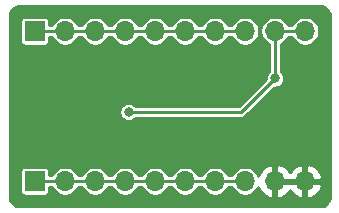
<source format=gbr>
G04 #@! TF.GenerationSoftware,KiCad,Pcbnew,(5.1.9-0-10_14)*
G04 #@! TF.CreationDate,2021-04-08T16:46:49-05:00*
G04 #@! TF.ProjectId,Switch Helper,53776974-6368-4204-9865-6c7065722e6b,1*
G04 #@! TF.SameCoordinates,Original*
G04 #@! TF.FileFunction,Copper,L2,Bot*
G04 #@! TF.FilePolarity,Positive*
%FSLAX46Y46*%
G04 Gerber Fmt 4.6, Leading zero omitted, Abs format (unit mm)*
G04 Created by KiCad (PCBNEW (5.1.9-0-10_14)) date 2021-04-08 16:46:49*
%MOMM*%
%LPD*%
G01*
G04 APERTURE LIST*
G04 #@! TA.AperFunction,ComponentPad*
%ADD10R,1.700000X1.700000*%
G04 #@! TD*
G04 #@! TA.AperFunction,ComponentPad*
%ADD11O,1.700000X1.700000*%
G04 #@! TD*
G04 #@! TA.AperFunction,ViaPad*
%ADD12C,0.800000*%
G04 #@! TD*
G04 #@! TA.AperFunction,Conductor*
%ADD13C,0.250000*%
G04 #@! TD*
G04 #@! TA.AperFunction,Conductor*
%ADD14C,0.254000*%
G04 #@! TD*
G04 #@! TA.AperFunction,Conductor*
%ADD15C,0.100000*%
G04 #@! TD*
G04 APERTURE END LIST*
D10*
X124460000Y-78740000D03*
D11*
X127000000Y-78740000D03*
X129540000Y-78740000D03*
X132080000Y-78740000D03*
X134620000Y-78740000D03*
X137160000Y-78740000D03*
X139700000Y-78740000D03*
X142240000Y-78740000D03*
X144780000Y-78740000D03*
X147320000Y-78740000D03*
X147320000Y-91440000D03*
X144780000Y-91440000D03*
X142240000Y-91440000D03*
X139700000Y-91440000D03*
X137160000Y-91440000D03*
X134620000Y-91440000D03*
X132080000Y-91440000D03*
X129540000Y-91440000D03*
X127000000Y-91440000D03*
D10*
X124460000Y-91440000D03*
D12*
X129857500Y-82677000D03*
X144907000Y-87376000D03*
X132397500Y-85598000D03*
X144780000Y-82740500D03*
D13*
X144780000Y-91440000D02*
X147320000Y-91440000D01*
X142240000Y-78740000D02*
X124460000Y-78740000D01*
X124460000Y-91440000D02*
X142240000Y-91440000D01*
X147320000Y-78740000D02*
X144780000Y-78740000D01*
X132397500Y-85598000D02*
X141160500Y-85598000D01*
X141922500Y-85598000D02*
X144780000Y-82740500D01*
X141160500Y-85598000D02*
X141922500Y-85598000D01*
X144780000Y-82740500D02*
X144780000Y-78740000D01*
D14*
X148757441Y-76624364D02*
X148918501Y-76672992D01*
X149067054Y-76751979D01*
X149197430Y-76858310D01*
X149304674Y-76987946D01*
X149384695Y-77135942D01*
X149434446Y-77296661D01*
X149454001Y-77482716D01*
X149454000Y-92690146D01*
X149435636Y-92877441D01*
X149387008Y-93038503D01*
X149308023Y-93187051D01*
X149201689Y-93317430D01*
X149072054Y-93424674D01*
X148924058Y-93504695D01*
X148763339Y-93554446D01*
X148577293Y-93574000D01*
X123209854Y-93574000D01*
X123022559Y-93555636D01*
X122861497Y-93507008D01*
X122712949Y-93428023D01*
X122582570Y-93321689D01*
X122475326Y-93192054D01*
X122395305Y-93044058D01*
X122345554Y-92883339D01*
X122326000Y-92697293D01*
X122326000Y-90590000D01*
X123227157Y-90590000D01*
X123227157Y-92290000D01*
X123234513Y-92364689D01*
X123256299Y-92436508D01*
X123291678Y-92502696D01*
X123339289Y-92560711D01*
X123397304Y-92608322D01*
X123463492Y-92643701D01*
X123535311Y-92665487D01*
X123610000Y-92672843D01*
X125310000Y-92672843D01*
X125384689Y-92665487D01*
X125456508Y-92643701D01*
X125522696Y-92608322D01*
X125580711Y-92560711D01*
X125628322Y-92502696D01*
X125663701Y-92436508D01*
X125685487Y-92364689D01*
X125692843Y-92290000D01*
X125692843Y-91946000D01*
X125877168Y-91946000D01*
X125909102Y-92023097D01*
X126043820Y-92224717D01*
X126215283Y-92396180D01*
X126416903Y-92530898D01*
X126640931Y-92623693D01*
X126878757Y-92671000D01*
X127121243Y-92671000D01*
X127359069Y-92623693D01*
X127583097Y-92530898D01*
X127784717Y-92396180D01*
X127956180Y-92224717D01*
X128090898Y-92023097D01*
X128122832Y-91946000D01*
X128417168Y-91946000D01*
X128449102Y-92023097D01*
X128583820Y-92224717D01*
X128755283Y-92396180D01*
X128956903Y-92530898D01*
X129180931Y-92623693D01*
X129418757Y-92671000D01*
X129661243Y-92671000D01*
X129899069Y-92623693D01*
X130123097Y-92530898D01*
X130324717Y-92396180D01*
X130496180Y-92224717D01*
X130630898Y-92023097D01*
X130662832Y-91946000D01*
X130957168Y-91946000D01*
X130989102Y-92023097D01*
X131123820Y-92224717D01*
X131295283Y-92396180D01*
X131496903Y-92530898D01*
X131720931Y-92623693D01*
X131958757Y-92671000D01*
X132201243Y-92671000D01*
X132439069Y-92623693D01*
X132663097Y-92530898D01*
X132864717Y-92396180D01*
X133036180Y-92224717D01*
X133170898Y-92023097D01*
X133202832Y-91946000D01*
X133497168Y-91946000D01*
X133529102Y-92023097D01*
X133663820Y-92224717D01*
X133835283Y-92396180D01*
X134036903Y-92530898D01*
X134260931Y-92623693D01*
X134498757Y-92671000D01*
X134741243Y-92671000D01*
X134979069Y-92623693D01*
X135203097Y-92530898D01*
X135404717Y-92396180D01*
X135576180Y-92224717D01*
X135710898Y-92023097D01*
X135742832Y-91946000D01*
X136037168Y-91946000D01*
X136069102Y-92023097D01*
X136203820Y-92224717D01*
X136375283Y-92396180D01*
X136576903Y-92530898D01*
X136800931Y-92623693D01*
X137038757Y-92671000D01*
X137281243Y-92671000D01*
X137519069Y-92623693D01*
X137743097Y-92530898D01*
X137944717Y-92396180D01*
X138116180Y-92224717D01*
X138250898Y-92023097D01*
X138282832Y-91946000D01*
X138577168Y-91946000D01*
X138609102Y-92023097D01*
X138743820Y-92224717D01*
X138915283Y-92396180D01*
X139116903Y-92530898D01*
X139340931Y-92623693D01*
X139578757Y-92671000D01*
X139821243Y-92671000D01*
X140059069Y-92623693D01*
X140283097Y-92530898D01*
X140484717Y-92396180D01*
X140656180Y-92224717D01*
X140790898Y-92023097D01*
X140822832Y-91946000D01*
X141117168Y-91946000D01*
X141149102Y-92023097D01*
X141283820Y-92224717D01*
X141455283Y-92396180D01*
X141656903Y-92530898D01*
X141880931Y-92623693D01*
X142118757Y-92671000D01*
X142361243Y-92671000D01*
X142599069Y-92623693D01*
X142823097Y-92530898D01*
X143024717Y-92396180D01*
X143196180Y-92224717D01*
X143330898Y-92023097D01*
X143378228Y-91908832D01*
X143435843Y-92071252D01*
X143584822Y-92321355D01*
X143779731Y-92537588D01*
X144013080Y-92711641D01*
X144275901Y-92836825D01*
X144423110Y-92881476D01*
X144653000Y-92760155D01*
X144653000Y-91567000D01*
X144907000Y-91567000D01*
X144907000Y-92760155D01*
X145136890Y-92881476D01*
X145284099Y-92836825D01*
X145546920Y-92711641D01*
X145780269Y-92537588D01*
X145975178Y-92321355D01*
X146050000Y-92195745D01*
X146124822Y-92321355D01*
X146319731Y-92537588D01*
X146553080Y-92711641D01*
X146815901Y-92836825D01*
X146963110Y-92881476D01*
X147193000Y-92760155D01*
X147193000Y-91567000D01*
X147447000Y-91567000D01*
X147447000Y-92760155D01*
X147676890Y-92881476D01*
X147824099Y-92836825D01*
X148086920Y-92711641D01*
X148320269Y-92537588D01*
X148515178Y-92321355D01*
X148664157Y-92071252D01*
X148761481Y-91796891D01*
X148640814Y-91567000D01*
X147447000Y-91567000D01*
X147193000Y-91567000D01*
X144907000Y-91567000D01*
X144653000Y-91567000D01*
X144633000Y-91567000D01*
X144633000Y-91313000D01*
X144653000Y-91313000D01*
X144653000Y-90119845D01*
X144907000Y-90119845D01*
X144907000Y-91313000D01*
X147193000Y-91313000D01*
X147193000Y-90119845D01*
X147447000Y-90119845D01*
X147447000Y-91313000D01*
X148640814Y-91313000D01*
X148761481Y-91083109D01*
X148664157Y-90808748D01*
X148515178Y-90558645D01*
X148320269Y-90342412D01*
X148086920Y-90168359D01*
X147824099Y-90043175D01*
X147676890Y-89998524D01*
X147447000Y-90119845D01*
X147193000Y-90119845D01*
X146963110Y-89998524D01*
X146815901Y-90043175D01*
X146553080Y-90168359D01*
X146319731Y-90342412D01*
X146124822Y-90558645D01*
X146050000Y-90684255D01*
X145975178Y-90558645D01*
X145780269Y-90342412D01*
X145546920Y-90168359D01*
X145284099Y-90043175D01*
X145136890Y-89998524D01*
X144907000Y-90119845D01*
X144653000Y-90119845D01*
X144423110Y-89998524D01*
X144275901Y-90043175D01*
X144013080Y-90168359D01*
X143779731Y-90342412D01*
X143584822Y-90558645D01*
X143435843Y-90808748D01*
X143378228Y-90971168D01*
X143330898Y-90856903D01*
X143196180Y-90655283D01*
X143024717Y-90483820D01*
X142823097Y-90349102D01*
X142599069Y-90256307D01*
X142361243Y-90209000D01*
X142118757Y-90209000D01*
X141880931Y-90256307D01*
X141656903Y-90349102D01*
X141455283Y-90483820D01*
X141283820Y-90655283D01*
X141149102Y-90856903D01*
X141117168Y-90934000D01*
X140822832Y-90934000D01*
X140790898Y-90856903D01*
X140656180Y-90655283D01*
X140484717Y-90483820D01*
X140283097Y-90349102D01*
X140059069Y-90256307D01*
X139821243Y-90209000D01*
X139578757Y-90209000D01*
X139340931Y-90256307D01*
X139116903Y-90349102D01*
X138915283Y-90483820D01*
X138743820Y-90655283D01*
X138609102Y-90856903D01*
X138577168Y-90934000D01*
X138282832Y-90934000D01*
X138250898Y-90856903D01*
X138116180Y-90655283D01*
X137944717Y-90483820D01*
X137743097Y-90349102D01*
X137519069Y-90256307D01*
X137281243Y-90209000D01*
X137038757Y-90209000D01*
X136800931Y-90256307D01*
X136576903Y-90349102D01*
X136375283Y-90483820D01*
X136203820Y-90655283D01*
X136069102Y-90856903D01*
X136037168Y-90934000D01*
X135742832Y-90934000D01*
X135710898Y-90856903D01*
X135576180Y-90655283D01*
X135404717Y-90483820D01*
X135203097Y-90349102D01*
X134979069Y-90256307D01*
X134741243Y-90209000D01*
X134498757Y-90209000D01*
X134260931Y-90256307D01*
X134036903Y-90349102D01*
X133835283Y-90483820D01*
X133663820Y-90655283D01*
X133529102Y-90856903D01*
X133497168Y-90934000D01*
X133202832Y-90934000D01*
X133170898Y-90856903D01*
X133036180Y-90655283D01*
X132864717Y-90483820D01*
X132663097Y-90349102D01*
X132439069Y-90256307D01*
X132201243Y-90209000D01*
X131958757Y-90209000D01*
X131720931Y-90256307D01*
X131496903Y-90349102D01*
X131295283Y-90483820D01*
X131123820Y-90655283D01*
X130989102Y-90856903D01*
X130957168Y-90934000D01*
X130662832Y-90934000D01*
X130630898Y-90856903D01*
X130496180Y-90655283D01*
X130324717Y-90483820D01*
X130123097Y-90349102D01*
X129899069Y-90256307D01*
X129661243Y-90209000D01*
X129418757Y-90209000D01*
X129180931Y-90256307D01*
X128956903Y-90349102D01*
X128755283Y-90483820D01*
X128583820Y-90655283D01*
X128449102Y-90856903D01*
X128417168Y-90934000D01*
X128122832Y-90934000D01*
X128090898Y-90856903D01*
X127956180Y-90655283D01*
X127784717Y-90483820D01*
X127583097Y-90349102D01*
X127359069Y-90256307D01*
X127121243Y-90209000D01*
X126878757Y-90209000D01*
X126640931Y-90256307D01*
X126416903Y-90349102D01*
X126215283Y-90483820D01*
X126043820Y-90655283D01*
X125909102Y-90856903D01*
X125877168Y-90934000D01*
X125692843Y-90934000D01*
X125692843Y-90590000D01*
X125685487Y-90515311D01*
X125663701Y-90443492D01*
X125628322Y-90377304D01*
X125580711Y-90319289D01*
X125522696Y-90271678D01*
X125456508Y-90236299D01*
X125384689Y-90214513D01*
X125310000Y-90207157D01*
X123610000Y-90207157D01*
X123535311Y-90214513D01*
X123463492Y-90236299D01*
X123397304Y-90271678D01*
X123339289Y-90319289D01*
X123291678Y-90377304D01*
X123256299Y-90443492D01*
X123234513Y-90515311D01*
X123227157Y-90590000D01*
X122326000Y-90590000D01*
X122326000Y-85521078D01*
X131616500Y-85521078D01*
X131616500Y-85674922D01*
X131646513Y-85825809D01*
X131705387Y-85967942D01*
X131790858Y-86095859D01*
X131899641Y-86204642D01*
X132027558Y-86290113D01*
X132169691Y-86348987D01*
X132320578Y-86379000D01*
X132474422Y-86379000D01*
X132625309Y-86348987D01*
X132767442Y-86290113D01*
X132895359Y-86204642D01*
X132996001Y-86104000D01*
X141897654Y-86104000D01*
X141922500Y-86106447D01*
X141947346Y-86104000D01*
X141947354Y-86104000D01*
X142021693Y-86096678D01*
X142117075Y-86067745D01*
X142204979Y-86020759D01*
X142282027Y-85957527D01*
X142297876Y-85938215D01*
X144714592Y-83521500D01*
X144856922Y-83521500D01*
X145007809Y-83491487D01*
X145149942Y-83432613D01*
X145277859Y-83347142D01*
X145386642Y-83238359D01*
X145472113Y-83110442D01*
X145530987Y-82968309D01*
X145561000Y-82817422D01*
X145561000Y-82663578D01*
X145530987Y-82512691D01*
X145472113Y-82370558D01*
X145386642Y-82242641D01*
X145286000Y-82141999D01*
X145286000Y-79862832D01*
X145363097Y-79830898D01*
X145564717Y-79696180D01*
X145736180Y-79524717D01*
X145870898Y-79323097D01*
X145902832Y-79246000D01*
X146197168Y-79246000D01*
X146229102Y-79323097D01*
X146363820Y-79524717D01*
X146535283Y-79696180D01*
X146736903Y-79830898D01*
X146960931Y-79923693D01*
X147198757Y-79971000D01*
X147441243Y-79971000D01*
X147679069Y-79923693D01*
X147903097Y-79830898D01*
X148104717Y-79696180D01*
X148276180Y-79524717D01*
X148410898Y-79323097D01*
X148503693Y-79099069D01*
X148551000Y-78861243D01*
X148551000Y-78618757D01*
X148503693Y-78380931D01*
X148410898Y-78156903D01*
X148276180Y-77955283D01*
X148104717Y-77783820D01*
X147903097Y-77649102D01*
X147679069Y-77556307D01*
X147441243Y-77509000D01*
X147198757Y-77509000D01*
X146960931Y-77556307D01*
X146736903Y-77649102D01*
X146535283Y-77783820D01*
X146363820Y-77955283D01*
X146229102Y-78156903D01*
X146197168Y-78234000D01*
X145902832Y-78234000D01*
X145870898Y-78156903D01*
X145736180Y-77955283D01*
X145564717Y-77783820D01*
X145363097Y-77649102D01*
X145139069Y-77556307D01*
X144901243Y-77509000D01*
X144658757Y-77509000D01*
X144420931Y-77556307D01*
X144196903Y-77649102D01*
X143995283Y-77783820D01*
X143823820Y-77955283D01*
X143689102Y-78156903D01*
X143596307Y-78380931D01*
X143549000Y-78618757D01*
X143549000Y-78861243D01*
X143596307Y-79099069D01*
X143689102Y-79323097D01*
X143823820Y-79524717D01*
X143995283Y-79696180D01*
X144196903Y-79830898D01*
X144274001Y-79862833D01*
X144274000Y-82141999D01*
X144173358Y-82242641D01*
X144087887Y-82370558D01*
X144029013Y-82512691D01*
X143999000Y-82663578D01*
X143999000Y-82805908D01*
X141712909Y-85092000D01*
X132996001Y-85092000D01*
X132895359Y-84991358D01*
X132767442Y-84905887D01*
X132625309Y-84847013D01*
X132474422Y-84817000D01*
X132320578Y-84817000D01*
X132169691Y-84847013D01*
X132027558Y-84905887D01*
X131899641Y-84991358D01*
X131790858Y-85100141D01*
X131705387Y-85228058D01*
X131646513Y-85370191D01*
X131616500Y-85521078D01*
X122326000Y-85521078D01*
X122326000Y-77890000D01*
X123227157Y-77890000D01*
X123227157Y-79590000D01*
X123234513Y-79664689D01*
X123256299Y-79736508D01*
X123291678Y-79802696D01*
X123339289Y-79860711D01*
X123397304Y-79908322D01*
X123463492Y-79943701D01*
X123535311Y-79965487D01*
X123610000Y-79972843D01*
X125310000Y-79972843D01*
X125384689Y-79965487D01*
X125456508Y-79943701D01*
X125522696Y-79908322D01*
X125580711Y-79860711D01*
X125628322Y-79802696D01*
X125663701Y-79736508D01*
X125685487Y-79664689D01*
X125692843Y-79590000D01*
X125692843Y-79246000D01*
X125877168Y-79246000D01*
X125909102Y-79323097D01*
X126043820Y-79524717D01*
X126215283Y-79696180D01*
X126416903Y-79830898D01*
X126640931Y-79923693D01*
X126878757Y-79971000D01*
X127121243Y-79971000D01*
X127359069Y-79923693D01*
X127583097Y-79830898D01*
X127784717Y-79696180D01*
X127956180Y-79524717D01*
X128090898Y-79323097D01*
X128122832Y-79246000D01*
X128417168Y-79246000D01*
X128449102Y-79323097D01*
X128583820Y-79524717D01*
X128755283Y-79696180D01*
X128956903Y-79830898D01*
X129180931Y-79923693D01*
X129418757Y-79971000D01*
X129661243Y-79971000D01*
X129899069Y-79923693D01*
X130123097Y-79830898D01*
X130324717Y-79696180D01*
X130496180Y-79524717D01*
X130630898Y-79323097D01*
X130662832Y-79246000D01*
X130957168Y-79246000D01*
X130989102Y-79323097D01*
X131123820Y-79524717D01*
X131295283Y-79696180D01*
X131496903Y-79830898D01*
X131720931Y-79923693D01*
X131958757Y-79971000D01*
X132201243Y-79971000D01*
X132439069Y-79923693D01*
X132663097Y-79830898D01*
X132864717Y-79696180D01*
X133036180Y-79524717D01*
X133170898Y-79323097D01*
X133202832Y-79246000D01*
X133497168Y-79246000D01*
X133529102Y-79323097D01*
X133663820Y-79524717D01*
X133835283Y-79696180D01*
X134036903Y-79830898D01*
X134260931Y-79923693D01*
X134498757Y-79971000D01*
X134741243Y-79971000D01*
X134979069Y-79923693D01*
X135203097Y-79830898D01*
X135404717Y-79696180D01*
X135576180Y-79524717D01*
X135710898Y-79323097D01*
X135742832Y-79246000D01*
X136037168Y-79246000D01*
X136069102Y-79323097D01*
X136203820Y-79524717D01*
X136375283Y-79696180D01*
X136576903Y-79830898D01*
X136800931Y-79923693D01*
X137038757Y-79971000D01*
X137281243Y-79971000D01*
X137519069Y-79923693D01*
X137743097Y-79830898D01*
X137944717Y-79696180D01*
X138116180Y-79524717D01*
X138250898Y-79323097D01*
X138282832Y-79246000D01*
X138577168Y-79246000D01*
X138609102Y-79323097D01*
X138743820Y-79524717D01*
X138915283Y-79696180D01*
X139116903Y-79830898D01*
X139340931Y-79923693D01*
X139578757Y-79971000D01*
X139821243Y-79971000D01*
X140059069Y-79923693D01*
X140283097Y-79830898D01*
X140484717Y-79696180D01*
X140656180Y-79524717D01*
X140790898Y-79323097D01*
X140822832Y-79246000D01*
X141117168Y-79246000D01*
X141149102Y-79323097D01*
X141283820Y-79524717D01*
X141455283Y-79696180D01*
X141656903Y-79830898D01*
X141880931Y-79923693D01*
X142118757Y-79971000D01*
X142361243Y-79971000D01*
X142599069Y-79923693D01*
X142823097Y-79830898D01*
X143024717Y-79696180D01*
X143196180Y-79524717D01*
X143330898Y-79323097D01*
X143423693Y-79099069D01*
X143471000Y-78861243D01*
X143471000Y-78618757D01*
X143423693Y-78380931D01*
X143330898Y-78156903D01*
X143196180Y-77955283D01*
X143024717Y-77783820D01*
X142823097Y-77649102D01*
X142599069Y-77556307D01*
X142361243Y-77509000D01*
X142118757Y-77509000D01*
X141880931Y-77556307D01*
X141656903Y-77649102D01*
X141455283Y-77783820D01*
X141283820Y-77955283D01*
X141149102Y-78156903D01*
X141117168Y-78234000D01*
X140822832Y-78234000D01*
X140790898Y-78156903D01*
X140656180Y-77955283D01*
X140484717Y-77783820D01*
X140283097Y-77649102D01*
X140059069Y-77556307D01*
X139821243Y-77509000D01*
X139578757Y-77509000D01*
X139340931Y-77556307D01*
X139116903Y-77649102D01*
X138915283Y-77783820D01*
X138743820Y-77955283D01*
X138609102Y-78156903D01*
X138577168Y-78234000D01*
X138282832Y-78234000D01*
X138250898Y-78156903D01*
X138116180Y-77955283D01*
X137944717Y-77783820D01*
X137743097Y-77649102D01*
X137519069Y-77556307D01*
X137281243Y-77509000D01*
X137038757Y-77509000D01*
X136800931Y-77556307D01*
X136576903Y-77649102D01*
X136375283Y-77783820D01*
X136203820Y-77955283D01*
X136069102Y-78156903D01*
X136037168Y-78234000D01*
X135742832Y-78234000D01*
X135710898Y-78156903D01*
X135576180Y-77955283D01*
X135404717Y-77783820D01*
X135203097Y-77649102D01*
X134979069Y-77556307D01*
X134741243Y-77509000D01*
X134498757Y-77509000D01*
X134260931Y-77556307D01*
X134036903Y-77649102D01*
X133835283Y-77783820D01*
X133663820Y-77955283D01*
X133529102Y-78156903D01*
X133497168Y-78234000D01*
X133202832Y-78234000D01*
X133170898Y-78156903D01*
X133036180Y-77955283D01*
X132864717Y-77783820D01*
X132663097Y-77649102D01*
X132439069Y-77556307D01*
X132201243Y-77509000D01*
X131958757Y-77509000D01*
X131720931Y-77556307D01*
X131496903Y-77649102D01*
X131295283Y-77783820D01*
X131123820Y-77955283D01*
X130989102Y-78156903D01*
X130957168Y-78234000D01*
X130662832Y-78234000D01*
X130630898Y-78156903D01*
X130496180Y-77955283D01*
X130324717Y-77783820D01*
X130123097Y-77649102D01*
X129899069Y-77556307D01*
X129661243Y-77509000D01*
X129418757Y-77509000D01*
X129180931Y-77556307D01*
X128956903Y-77649102D01*
X128755283Y-77783820D01*
X128583820Y-77955283D01*
X128449102Y-78156903D01*
X128417168Y-78234000D01*
X128122832Y-78234000D01*
X128090898Y-78156903D01*
X127956180Y-77955283D01*
X127784717Y-77783820D01*
X127583097Y-77649102D01*
X127359069Y-77556307D01*
X127121243Y-77509000D01*
X126878757Y-77509000D01*
X126640931Y-77556307D01*
X126416903Y-77649102D01*
X126215283Y-77783820D01*
X126043820Y-77955283D01*
X125909102Y-78156903D01*
X125877168Y-78234000D01*
X125692843Y-78234000D01*
X125692843Y-77890000D01*
X125685487Y-77815311D01*
X125663701Y-77743492D01*
X125628322Y-77677304D01*
X125580711Y-77619289D01*
X125522696Y-77571678D01*
X125456508Y-77536299D01*
X125384689Y-77514513D01*
X125310000Y-77507157D01*
X123610000Y-77507157D01*
X123535311Y-77514513D01*
X123463492Y-77536299D01*
X123397304Y-77571678D01*
X123339289Y-77619289D01*
X123291678Y-77677304D01*
X123256299Y-77743492D01*
X123234513Y-77815311D01*
X123227157Y-77890000D01*
X122326000Y-77890000D01*
X122326000Y-77489854D01*
X122344364Y-77302559D01*
X122392992Y-77141499D01*
X122471979Y-76992946D01*
X122578310Y-76862570D01*
X122707946Y-76755326D01*
X122855942Y-76675305D01*
X123016661Y-76625554D01*
X123202707Y-76606000D01*
X148570146Y-76606000D01*
X148757441Y-76624364D01*
G04 #@! TA.AperFunction,Conductor*
D15*
G36*
X148757441Y-76624364D02*
G01*
X148918501Y-76672992D01*
X149067054Y-76751979D01*
X149197430Y-76858310D01*
X149304674Y-76987946D01*
X149384695Y-77135942D01*
X149434446Y-77296661D01*
X149454001Y-77482716D01*
X149454000Y-92690146D01*
X149435636Y-92877441D01*
X149387008Y-93038503D01*
X149308023Y-93187051D01*
X149201689Y-93317430D01*
X149072054Y-93424674D01*
X148924058Y-93504695D01*
X148763339Y-93554446D01*
X148577293Y-93574000D01*
X123209854Y-93574000D01*
X123022559Y-93555636D01*
X122861497Y-93507008D01*
X122712949Y-93428023D01*
X122582570Y-93321689D01*
X122475326Y-93192054D01*
X122395305Y-93044058D01*
X122345554Y-92883339D01*
X122326000Y-92697293D01*
X122326000Y-90590000D01*
X123227157Y-90590000D01*
X123227157Y-92290000D01*
X123234513Y-92364689D01*
X123256299Y-92436508D01*
X123291678Y-92502696D01*
X123339289Y-92560711D01*
X123397304Y-92608322D01*
X123463492Y-92643701D01*
X123535311Y-92665487D01*
X123610000Y-92672843D01*
X125310000Y-92672843D01*
X125384689Y-92665487D01*
X125456508Y-92643701D01*
X125522696Y-92608322D01*
X125580711Y-92560711D01*
X125628322Y-92502696D01*
X125663701Y-92436508D01*
X125685487Y-92364689D01*
X125692843Y-92290000D01*
X125692843Y-91946000D01*
X125877168Y-91946000D01*
X125909102Y-92023097D01*
X126043820Y-92224717D01*
X126215283Y-92396180D01*
X126416903Y-92530898D01*
X126640931Y-92623693D01*
X126878757Y-92671000D01*
X127121243Y-92671000D01*
X127359069Y-92623693D01*
X127583097Y-92530898D01*
X127784717Y-92396180D01*
X127956180Y-92224717D01*
X128090898Y-92023097D01*
X128122832Y-91946000D01*
X128417168Y-91946000D01*
X128449102Y-92023097D01*
X128583820Y-92224717D01*
X128755283Y-92396180D01*
X128956903Y-92530898D01*
X129180931Y-92623693D01*
X129418757Y-92671000D01*
X129661243Y-92671000D01*
X129899069Y-92623693D01*
X130123097Y-92530898D01*
X130324717Y-92396180D01*
X130496180Y-92224717D01*
X130630898Y-92023097D01*
X130662832Y-91946000D01*
X130957168Y-91946000D01*
X130989102Y-92023097D01*
X131123820Y-92224717D01*
X131295283Y-92396180D01*
X131496903Y-92530898D01*
X131720931Y-92623693D01*
X131958757Y-92671000D01*
X132201243Y-92671000D01*
X132439069Y-92623693D01*
X132663097Y-92530898D01*
X132864717Y-92396180D01*
X133036180Y-92224717D01*
X133170898Y-92023097D01*
X133202832Y-91946000D01*
X133497168Y-91946000D01*
X133529102Y-92023097D01*
X133663820Y-92224717D01*
X133835283Y-92396180D01*
X134036903Y-92530898D01*
X134260931Y-92623693D01*
X134498757Y-92671000D01*
X134741243Y-92671000D01*
X134979069Y-92623693D01*
X135203097Y-92530898D01*
X135404717Y-92396180D01*
X135576180Y-92224717D01*
X135710898Y-92023097D01*
X135742832Y-91946000D01*
X136037168Y-91946000D01*
X136069102Y-92023097D01*
X136203820Y-92224717D01*
X136375283Y-92396180D01*
X136576903Y-92530898D01*
X136800931Y-92623693D01*
X137038757Y-92671000D01*
X137281243Y-92671000D01*
X137519069Y-92623693D01*
X137743097Y-92530898D01*
X137944717Y-92396180D01*
X138116180Y-92224717D01*
X138250898Y-92023097D01*
X138282832Y-91946000D01*
X138577168Y-91946000D01*
X138609102Y-92023097D01*
X138743820Y-92224717D01*
X138915283Y-92396180D01*
X139116903Y-92530898D01*
X139340931Y-92623693D01*
X139578757Y-92671000D01*
X139821243Y-92671000D01*
X140059069Y-92623693D01*
X140283097Y-92530898D01*
X140484717Y-92396180D01*
X140656180Y-92224717D01*
X140790898Y-92023097D01*
X140822832Y-91946000D01*
X141117168Y-91946000D01*
X141149102Y-92023097D01*
X141283820Y-92224717D01*
X141455283Y-92396180D01*
X141656903Y-92530898D01*
X141880931Y-92623693D01*
X142118757Y-92671000D01*
X142361243Y-92671000D01*
X142599069Y-92623693D01*
X142823097Y-92530898D01*
X143024717Y-92396180D01*
X143196180Y-92224717D01*
X143330898Y-92023097D01*
X143378228Y-91908832D01*
X143435843Y-92071252D01*
X143584822Y-92321355D01*
X143779731Y-92537588D01*
X144013080Y-92711641D01*
X144275901Y-92836825D01*
X144423110Y-92881476D01*
X144653000Y-92760155D01*
X144653000Y-91567000D01*
X144907000Y-91567000D01*
X144907000Y-92760155D01*
X145136890Y-92881476D01*
X145284099Y-92836825D01*
X145546920Y-92711641D01*
X145780269Y-92537588D01*
X145975178Y-92321355D01*
X146050000Y-92195745D01*
X146124822Y-92321355D01*
X146319731Y-92537588D01*
X146553080Y-92711641D01*
X146815901Y-92836825D01*
X146963110Y-92881476D01*
X147193000Y-92760155D01*
X147193000Y-91567000D01*
X147447000Y-91567000D01*
X147447000Y-92760155D01*
X147676890Y-92881476D01*
X147824099Y-92836825D01*
X148086920Y-92711641D01*
X148320269Y-92537588D01*
X148515178Y-92321355D01*
X148664157Y-92071252D01*
X148761481Y-91796891D01*
X148640814Y-91567000D01*
X147447000Y-91567000D01*
X147193000Y-91567000D01*
X144907000Y-91567000D01*
X144653000Y-91567000D01*
X144633000Y-91567000D01*
X144633000Y-91313000D01*
X144653000Y-91313000D01*
X144653000Y-90119845D01*
X144907000Y-90119845D01*
X144907000Y-91313000D01*
X147193000Y-91313000D01*
X147193000Y-90119845D01*
X147447000Y-90119845D01*
X147447000Y-91313000D01*
X148640814Y-91313000D01*
X148761481Y-91083109D01*
X148664157Y-90808748D01*
X148515178Y-90558645D01*
X148320269Y-90342412D01*
X148086920Y-90168359D01*
X147824099Y-90043175D01*
X147676890Y-89998524D01*
X147447000Y-90119845D01*
X147193000Y-90119845D01*
X146963110Y-89998524D01*
X146815901Y-90043175D01*
X146553080Y-90168359D01*
X146319731Y-90342412D01*
X146124822Y-90558645D01*
X146050000Y-90684255D01*
X145975178Y-90558645D01*
X145780269Y-90342412D01*
X145546920Y-90168359D01*
X145284099Y-90043175D01*
X145136890Y-89998524D01*
X144907000Y-90119845D01*
X144653000Y-90119845D01*
X144423110Y-89998524D01*
X144275901Y-90043175D01*
X144013080Y-90168359D01*
X143779731Y-90342412D01*
X143584822Y-90558645D01*
X143435843Y-90808748D01*
X143378228Y-90971168D01*
X143330898Y-90856903D01*
X143196180Y-90655283D01*
X143024717Y-90483820D01*
X142823097Y-90349102D01*
X142599069Y-90256307D01*
X142361243Y-90209000D01*
X142118757Y-90209000D01*
X141880931Y-90256307D01*
X141656903Y-90349102D01*
X141455283Y-90483820D01*
X141283820Y-90655283D01*
X141149102Y-90856903D01*
X141117168Y-90934000D01*
X140822832Y-90934000D01*
X140790898Y-90856903D01*
X140656180Y-90655283D01*
X140484717Y-90483820D01*
X140283097Y-90349102D01*
X140059069Y-90256307D01*
X139821243Y-90209000D01*
X139578757Y-90209000D01*
X139340931Y-90256307D01*
X139116903Y-90349102D01*
X138915283Y-90483820D01*
X138743820Y-90655283D01*
X138609102Y-90856903D01*
X138577168Y-90934000D01*
X138282832Y-90934000D01*
X138250898Y-90856903D01*
X138116180Y-90655283D01*
X137944717Y-90483820D01*
X137743097Y-90349102D01*
X137519069Y-90256307D01*
X137281243Y-90209000D01*
X137038757Y-90209000D01*
X136800931Y-90256307D01*
X136576903Y-90349102D01*
X136375283Y-90483820D01*
X136203820Y-90655283D01*
X136069102Y-90856903D01*
X136037168Y-90934000D01*
X135742832Y-90934000D01*
X135710898Y-90856903D01*
X135576180Y-90655283D01*
X135404717Y-90483820D01*
X135203097Y-90349102D01*
X134979069Y-90256307D01*
X134741243Y-90209000D01*
X134498757Y-90209000D01*
X134260931Y-90256307D01*
X134036903Y-90349102D01*
X133835283Y-90483820D01*
X133663820Y-90655283D01*
X133529102Y-90856903D01*
X133497168Y-90934000D01*
X133202832Y-90934000D01*
X133170898Y-90856903D01*
X133036180Y-90655283D01*
X132864717Y-90483820D01*
X132663097Y-90349102D01*
X132439069Y-90256307D01*
X132201243Y-90209000D01*
X131958757Y-90209000D01*
X131720931Y-90256307D01*
X131496903Y-90349102D01*
X131295283Y-90483820D01*
X131123820Y-90655283D01*
X130989102Y-90856903D01*
X130957168Y-90934000D01*
X130662832Y-90934000D01*
X130630898Y-90856903D01*
X130496180Y-90655283D01*
X130324717Y-90483820D01*
X130123097Y-90349102D01*
X129899069Y-90256307D01*
X129661243Y-90209000D01*
X129418757Y-90209000D01*
X129180931Y-90256307D01*
X128956903Y-90349102D01*
X128755283Y-90483820D01*
X128583820Y-90655283D01*
X128449102Y-90856903D01*
X128417168Y-90934000D01*
X128122832Y-90934000D01*
X128090898Y-90856903D01*
X127956180Y-90655283D01*
X127784717Y-90483820D01*
X127583097Y-90349102D01*
X127359069Y-90256307D01*
X127121243Y-90209000D01*
X126878757Y-90209000D01*
X126640931Y-90256307D01*
X126416903Y-90349102D01*
X126215283Y-90483820D01*
X126043820Y-90655283D01*
X125909102Y-90856903D01*
X125877168Y-90934000D01*
X125692843Y-90934000D01*
X125692843Y-90590000D01*
X125685487Y-90515311D01*
X125663701Y-90443492D01*
X125628322Y-90377304D01*
X125580711Y-90319289D01*
X125522696Y-90271678D01*
X125456508Y-90236299D01*
X125384689Y-90214513D01*
X125310000Y-90207157D01*
X123610000Y-90207157D01*
X123535311Y-90214513D01*
X123463492Y-90236299D01*
X123397304Y-90271678D01*
X123339289Y-90319289D01*
X123291678Y-90377304D01*
X123256299Y-90443492D01*
X123234513Y-90515311D01*
X123227157Y-90590000D01*
X122326000Y-90590000D01*
X122326000Y-85521078D01*
X131616500Y-85521078D01*
X131616500Y-85674922D01*
X131646513Y-85825809D01*
X131705387Y-85967942D01*
X131790858Y-86095859D01*
X131899641Y-86204642D01*
X132027558Y-86290113D01*
X132169691Y-86348987D01*
X132320578Y-86379000D01*
X132474422Y-86379000D01*
X132625309Y-86348987D01*
X132767442Y-86290113D01*
X132895359Y-86204642D01*
X132996001Y-86104000D01*
X141897654Y-86104000D01*
X141922500Y-86106447D01*
X141947346Y-86104000D01*
X141947354Y-86104000D01*
X142021693Y-86096678D01*
X142117075Y-86067745D01*
X142204979Y-86020759D01*
X142282027Y-85957527D01*
X142297876Y-85938215D01*
X144714592Y-83521500D01*
X144856922Y-83521500D01*
X145007809Y-83491487D01*
X145149942Y-83432613D01*
X145277859Y-83347142D01*
X145386642Y-83238359D01*
X145472113Y-83110442D01*
X145530987Y-82968309D01*
X145561000Y-82817422D01*
X145561000Y-82663578D01*
X145530987Y-82512691D01*
X145472113Y-82370558D01*
X145386642Y-82242641D01*
X145286000Y-82141999D01*
X145286000Y-79862832D01*
X145363097Y-79830898D01*
X145564717Y-79696180D01*
X145736180Y-79524717D01*
X145870898Y-79323097D01*
X145902832Y-79246000D01*
X146197168Y-79246000D01*
X146229102Y-79323097D01*
X146363820Y-79524717D01*
X146535283Y-79696180D01*
X146736903Y-79830898D01*
X146960931Y-79923693D01*
X147198757Y-79971000D01*
X147441243Y-79971000D01*
X147679069Y-79923693D01*
X147903097Y-79830898D01*
X148104717Y-79696180D01*
X148276180Y-79524717D01*
X148410898Y-79323097D01*
X148503693Y-79099069D01*
X148551000Y-78861243D01*
X148551000Y-78618757D01*
X148503693Y-78380931D01*
X148410898Y-78156903D01*
X148276180Y-77955283D01*
X148104717Y-77783820D01*
X147903097Y-77649102D01*
X147679069Y-77556307D01*
X147441243Y-77509000D01*
X147198757Y-77509000D01*
X146960931Y-77556307D01*
X146736903Y-77649102D01*
X146535283Y-77783820D01*
X146363820Y-77955283D01*
X146229102Y-78156903D01*
X146197168Y-78234000D01*
X145902832Y-78234000D01*
X145870898Y-78156903D01*
X145736180Y-77955283D01*
X145564717Y-77783820D01*
X145363097Y-77649102D01*
X145139069Y-77556307D01*
X144901243Y-77509000D01*
X144658757Y-77509000D01*
X144420931Y-77556307D01*
X144196903Y-77649102D01*
X143995283Y-77783820D01*
X143823820Y-77955283D01*
X143689102Y-78156903D01*
X143596307Y-78380931D01*
X143549000Y-78618757D01*
X143549000Y-78861243D01*
X143596307Y-79099069D01*
X143689102Y-79323097D01*
X143823820Y-79524717D01*
X143995283Y-79696180D01*
X144196903Y-79830898D01*
X144274001Y-79862833D01*
X144274000Y-82141999D01*
X144173358Y-82242641D01*
X144087887Y-82370558D01*
X144029013Y-82512691D01*
X143999000Y-82663578D01*
X143999000Y-82805908D01*
X141712909Y-85092000D01*
X132996001Y-85092000D01*
X132895359Y-84991358D01*
X132767442Y-84905887D01*
X132625309Y-84847013D01*
X132474422Y-84817000D01*
X132320578Y-84817000D01*
X132169691Y-84847013D01*
X132027558Y-84905887D01*
X131899641Y-84991358D01*
X131790858Y-85100141D01*
X131705387Y-85228058D01*
X131646513Y-85370191D01*
X131616500Y-85521078D01*
X122326000Y-85521078D01*
X122326000Y-77890000D01*
X123227157Y-77890000D01*
X123227157Y-79590000D01*
X123234513Y-79664689D01*
X123256299Y-79736508D01*
X123291678Y-79802696D01*
X123339289Y-79860711D01*
X123397304Y-79908322D01*
X123463492Y-79943701D01*
X123535311Y-79965487D01*
X123610000Y-79972843D01*
X125310000Y-79972843D01*
X125384689Y-79965487D01*
X125456508Y-79943701D01*
X125522696Y-79908322D01*
X125580711Y-79860711D01*
X125628322Y-79802696D01*
X125663701Y-79736508D01*
X125685487Y-79664689D01*
X125692843Y-79590000D01*
X125692843Y-79246000D01*
X125877168Y-79246000D01*
X125909102Y-79323097D01*
X126043820Y-79524717D01*
X126215283Y-79696180D01*
X126416903Y-79830898D01*
X126640931Y-79923693D01*
X126878757Y-79971000D01*
X127121243Y-79971000D01*
X127359069Y-79923693D01*
X127583097Y-79830898D01*
X127784717Y-79696180D01*
X127956180Y-79524717D01*
X128090898Y-79323097D01*
X128122832Y-79246000D01*
X128417168Y-79246000D01*
X128449102Y-79323097D01*
X128583820Y-79524717D01*
X128755283Y-79696180D01*
X128956903Y-79830898D01*
X129180931Y-79923693D01*
X129418757Y-79971000D01*
X129661243Y-79971000D01*
X129899069Y-79923693D01*
X130123097Y-79830898D01*
X130324717Y-79696180D01*
X130496180Y-79524717D01*
X130630898Y-79323097D01*
X130662832Y-79246000D01*
X130957168Y-79246000D01*
X130989102Y-79323097D01*
X131123820Y-79524717D01*
X131295283Y-79696180D01*
X131496903Y-79830898D01*
X131720931Y-79923693D01*
X131958757Y-79971000D01*
X132201243Y-79971000D01*
X132439069Y-79923693D01*
X132663097Y-79830898D01*
X132864717Y-79696180D01*
X133036180Y-79524717D01*
X133170898Y-79323097D01*
X133202832Y-79246000D01*
X133497168Y-79246000D01*
X133529102Y-79323097D01*
X133663820Y-79524717D01*
X133835283Y-79696180D01*
X134036903Y-79830898D01*
X134260931Y-79923693D01*
X134498757Y-79971000D01*
X134741243Y-79971000D01*
X134979069Y-79923693D01*
X135203097Y-79830898D01*
X135404717Y-79696180D01*
X135576180Y-79524717D01*
X135710898Y-79323097D01*
X135742832Y-79246000D01*
X136037168Y-79246000D01*
X136069102Y-79323097D01*
X136203820Y-79524717D01*
X136375283Y-79696180D01*
X136576903Y-79830898D01*
X136800931Y-79923693D01*
X137038757Y-79971000D01*
X137281243Y-79971000D01*
X137519069Y-79923693D01*
X137743097Y-79830898D01*
X137944717Y-79696180D01*
X138116180Y-79524717D01*
X138250898Y-79323097D01*
X138282832Y-79246000D01*
X138577168Y-79246000D01*
X138609102Y-79323097D01*
X138743820Y-79524717D01*
X138915283Y-79696180D01*
X139116903Y-79830898D01*
X139340931Y-79923693D01*
X139578757Y-79971000D01*
X139821243Y-79971000D01*
X140059069Y-79923693D01*
X140283097Y-79830898D01*
X140484717Y-79696180D01*
X140656180Y-79524717D01*
X140790898Y-79323097D01*
X140822832Y-79246000D01*
X141117168Y-79246000D01*
X141149102Y-79323097D01*
X141283820Y-79524717D01*
X141455283Y-79696180D01*
X141656903Y-79830898D01*
X141880931Y-79923693D01*
X142118757Y-79971000D01*
X142361243Y-79971000D01*
X142599069Y-79923693D01*
X142823097Y-79830898D01*
X143024717Y-79696180D01*
X143196180Y-79524717D01*
X143330898Y-79323097D01*
X143423693Y-79099069D01*
X143471000Y-78861243D01*
X143471000Y-78618757D01*
X143423693Y-78380931D01*
X143330898Y-78156903D01*
X143196180Y-77955283D01*
X143024717Y-77783820D01*
X142823097Y-77649102D01*
X142599069Y-77556307D01*
X142361243Y-77509000D01*
X142118757Y-77509000D01*
X141880931Y-77556307D01*
X141656903Y-77649102D01*
X141455283Y-77783820D01*
X141283820Y-77955283D01*
X141149102Y-78156903D01*
X141117168Y-78234000D01*
X140822832Y-78234000D01*
X140790898Y-78156903D01*
X140656180Y-77955283D01*
X140484717Y-77783820D01*
X140283097Y-77649102D01*
X140059069Y-77556307D01*
X139821243Y-77509000D01*
X139578757Y-77509000D01*
X139340931Y-77556307D01*
X139116903Y-77649102D01*
X138915283Y-77783820D01*
X138743820Y-77955283D01*
X138609102Y-78156903D01*
X138577168Y-78234000D01*
X138282832Y-78234000D01*
X138250898Y-78156903D01*
X138116180Y-77955283D01*
X137944717Y-77783820D01*
X137743097Y-77649102D01*
X137519069Y-77556307D01*
X137281243Y-77509000D01*
X137038757Y-77509000D01*
X136800931Y-77556307D01*
X136576903Y-77649102D01*
X136375283Y-77783820D01*
X136203820Y-77955283D01*
X136069102Y-78156903D01*
X136037168Y-78234000D01*
X135742832Y-78234000D01*
X135710898Y-78156903D01*
X135576180Y-77955283D01*
X135404717Y-77783820D01*
X135203097Y-77649102D01*
X134979069Y-77556307D01*
X134741243Y-77509000D01*
X134498757Y-77509000D01*
X134260931Y-77556307D01*
X134036903Y-77649102D01*
X133835283Y-77783820D01*
X133663820Y-77955283D01*
X133529102Y-78156903D01*
X133497168Y-78234000D01*
X133202832Y-78234000D01*
X133170898Y-78156903D01*
X133036180Y-77955283D01*
X132864717Y-77783820D01*
X132663097Y-77649102D01*
X132439069Y-77556307D01*
X132201243Y-77509000D01*
X131958757Y-77509000D01*
X131720931Y-77556307D01*
X131496903Y-77649102D01*
X131295283Y-77783820D01*
X131123820Y-77955283D01*
X130989102Y-78156903D01*
X130957168Y-78234000D01*
X130662832Y-78234000D01*
X130630898Y-78156903D01*
X130496180Y-77955283D01*
X130324717Y-77783820D01*
X130123097Y-77649102D01*
X129899069Y-77556307D01*
X129661243Y-77509000D01*
X129418757Y-77509000D01*
X129180931Y-77556307D01*
X128956903Y-77649102D01*
X128755283Y-77783820D01*
X128583820Y-77955283D01*
X128449102Y-78156903D01*
X128417168Y-78234000D01*
X128122832Y-78234000D01*
X128090898Y-78156903D01*
X127956180Y-77955283D01*
X127784717Y-77783820D01*
X127583097Y-77649102D01*
X127359069Y-77556307D01*
X127121243Y-77509000D01*
X126878757Y-77509000D01*
X126640931Y-77556307D01*
X126416903Y-77649102D01*
X126215283Y-77783820D01*
X126043820Y-77955283D01*
X125909102Y-78156903D01*
X125877168Y-78234000D01*
X125692843Y-78234000D01*
X125692843Y-77890000D01*
X125685487Y-77815311D01*
X125663701Y-77743492D01*
X125628322Y-77677304D01*
X125580711Y-77619289D01*
X125522696Y-77571678D01*
X125456508Y-77536299D01*
X125384689Y-77514513D01*
X125310000Y-77507157D01*
X123610000Y-77507157D01*
X123535311Y-77514513D01*
X123463492Y-77536299D01*
X123397304Y-77571678D01*
X123339289Y-77619289D01*
X123291678Y-77677304D01*
X123256299Y-77743492D01*
X123234513Y-77815311D01*
X123227157Y-77890000D01*
X122326000Y-77890000D01*
X122326000Y-77489854D01*
X122344364Y-77302559D01*
X122392992Y-77141499D01*
X122471979Y-76992946D01*
X122578310Y-76862570D01*
X122707946Y-76755326D01*
X122855942Y-76675305D01*
X123016661Y-76625554D01*
X123202707Y-76606000D01*
X148570146Y-76606000D01*
X148757441Y-76624364D01*
G37*
G04 #@! TD.AperFunction*
M02*

</source>
